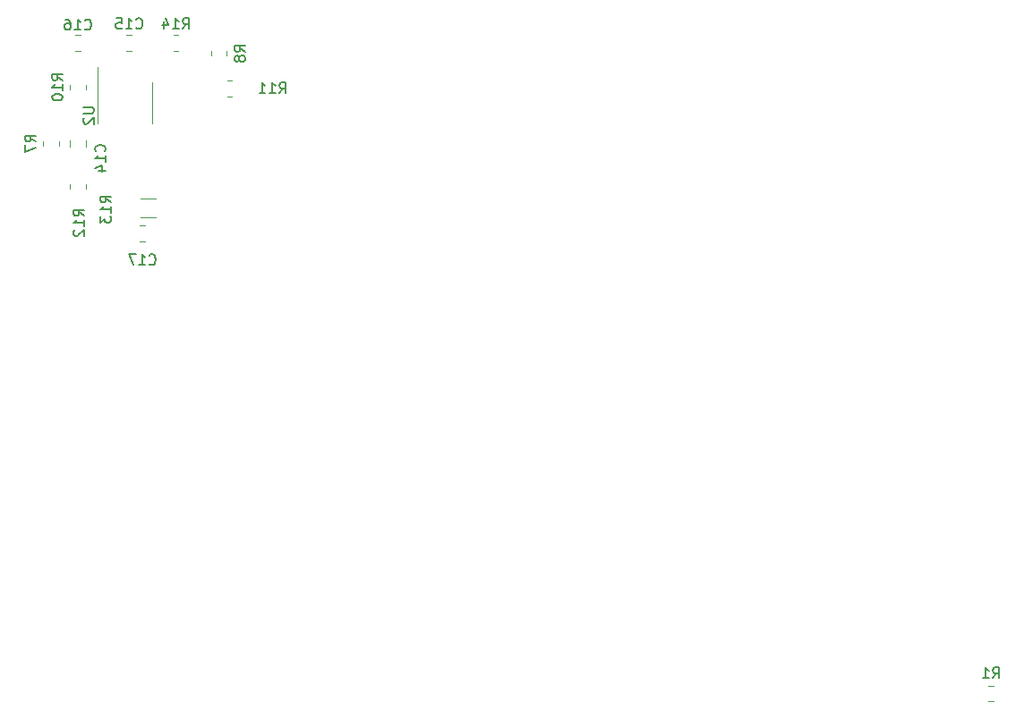
<source format=gbr>
%TF.GenerationSoftware,KiCad,Pcbnew,(5.1.9)-1*%
%TF.CreationDate,2021-10-04T18:28:26-04:00*%
%TF.ProjectId,In9 Music Visualizer RevC,496e3920-4d75-4736-9963-205669737561,rev?*%
%TF.SameCoordinates,Original*%
%TF.FileFunction,Legend,Bot*%
%TF.FilePolarity,Positive*%
%FSLAX46Y46*%
G04 Gerber Fmt 4.6, Leading zero omitted, Abs format (unit mm)*
G04 Created by KiCad (PCBNEW (5.1.9)-1) date 2021-10-04 18:28:26*
%MOMM*%
%LPD*%
G01*
G04 APERTURE LIST*
%ADD10C,0.120000*%
%ADD11C,0.150000*%
G04 APERTURE END LIST*
D10*
%TO.C,R13*%
X66201936Y-76941000D02*
X67656064Y-76941000D01*
X66201936Y-78761000D02*
X67656064Y-78761000D01*
%TO.C,R10*%
X59590000Y-66632064D02*
X59590000Y-66177936D01*
X61060000Y-66632064D02*
X61060000Y-66177936D01*
%TO.C,U2*%
X62210000Y-67945000D02*
X62210000Y-64495000D01*
X62210000Y-67945000D02*
X62210000Y-69895000D01*
X67330000Y-67945000D02*
X67330000Y-65995000D01*
X67330000Y-67945000D02*
X67330000Y-69895000D01*
%TO.C,R14*%
X69352936Y-61495000D02*
X69807064Y-61495000D01*
X69352936Y-62965000D02*
X69807064Y-62965000D01*
%TO.C,R12*%
X59590000Y-76030064D02*
X59590000Y-75575936D01*
X61060000Y-76030064D02*
X61060000Y-75575936D01*
%TO.C,R11*%
X74432936Y-65813000D02*
X74887064Y-65813000D01*
X74432936Y-67283000D02*
X74887064Y-67283000D01*
%TO.C,R8*%
X74395000Y-63002936D02*
X74395000Y-63457064D01*
X72925000Y-63002936D02*
X72925000Y-63457064D01*
%TO.C,R7*%
X57050000Y-71982064D02*
X57050000Y-71527936D01*
X58520000Y-71982064D02*
X58520000Y-71527936D01*
%TO.C,R1*%
X146912064Y-124560000D02*
X146457936Y-124560000D01*
X146912064Y-123090000D02*
X146457936Y-123090000D01*
%TO.C,C17*%
X66159748Y-79529000D02*
X66682252Y-79529000D01*
X66159748Y-80999000D02*
X66682252Y-80999000D01*
%TO.C,C16*%
X60586252Y-62965000D02*
X60063748Y-62965000D01*
X60586252Y-61495000D02*
X60063748Y-61495000D01*
%TO.C,C15*%
X64911248Y-61495000D02*
X65433752Y-61495000D01*
X64911248Y-62965000D02*
X65433752Y-62965000D01*
%TO.C,C14*%
X61060000Y-71493748D02*
X61060000Y-72016252D01*
X59590000Y-71493748D02*
X59590000Y-72016252D01*
%TO.C,R13*%
D11*
X63444380Y-77335142D02*
X62968190Y-77001809D01*
X63444380Y-76763714D02*
X62444380Y-76763714D01*
X62444380Y-77144666D01*
X62492000Y-77239904D01*
X62539619Y-77287523D01*
X62634857Y-77335142D01*
X62777714Y-77335142D01*
X62872952Y-77287523D01*
X62920571Y-77239904D01*
X62968190Y-77144666D01*
X62968190Y-76763714D01*
X63444380Y-78287523D02*
X63444380Y-77716095D01*
X63444380Y-78001809D02*
X62444380Y-78001809D01*
X62587238Y-77906571D01*
X62682476Y-77811333D01*
X62730095Y-77716095D01*
X62444380Y-78620857D02*
X62444380Y-79239904D01*
X62825333Y-78906571D01*
X62825333Y-79049428D01*
X62872952Y-79144666D01*
X62920571Y-79192285D01*
X63015809Y-79239904D01*
X63253904Y-79239904D01*
X63349142Y-79192285D01*
X63396761Y-79144666D01*
X63444380Y-79049428D01*
X63444380Y-78763714D01*
X63396761Y-78668476D01*
X63349142Y-78620857D01*
%TO.C,R10*%
X58872380Y-65762142D02*
X58396190Y-65428809D01*
X58872380Y-65190714D02*
X57872380Y-65190714D01*
X57872380Y-65571666D01*
X57920000Y-65666904D01*
X57967619Y-65714523D01*
X58062857Y-65762142D01*
X58205714Y-65762142D01*
X58300952Y-65714523D01*
X58348571Y-65666904D01*
X58396190Y-65571666D01*
X58396190Y-65190714D01*
X58872380Y-66714523D02*
X58872380Y-66143095D01*
X58872380Y-66428809D02*
X57872380Y-66428809D01*
X58015238Y-66333571D01*
X58110476Y-66238333D01*
X58158095Y-66143095D01*
X57872380Y-67333571D02*
X57872380Y-67428809D01*
X57920000Y-67524047D01*
X57967619Y-67571666D01*
X58062857Y-67619285D01*
X58253333Y-67666904D01*
X58491428Y-67666904D01*
X58681904Y-67619285D01*
X58777142Y-67571666D01*
X58824761Y-67524047D01*
X58872380Y-67428809D01*
X58872380Y-67333571D01*
X58824761Y-67238333D01*
X58777142Y-67190714D01*
X58681904Y-67143095D01*
X58491428Y-67095476D01*
X58253333Y-67095476D01*
X58062857Y-67143095D01*
X57967619Y-67190714D01*
X57920000Y-67238333D01*
X57872380Y-67333571D01*
%TO.C,U2*%
X60822380Y-68326095D02*
X61631904Y-68326095D01*
X61727142Y-68373714D01*
X61774761Y-68421333D01*
X61822380Y-68516571D01*
X61822380Y-68707047D01*
X61774761Y-68802285D01*
X61727142Y-68849904D01*
X61631904Y-68897523D01*
X60822380Y-68897523D01*
X60917619Y-69326095D02*
X60870000Y-69373714D01*
X60822380Y-69468952D01*
X60822380Y-69707047D01*
X60870000Y-69802285D01*
X60917619Y-69849904D01*
X61012857Y-69897523D01*
X61108095Y-69897523D01*
X61250952Y-69849904D01*
X61822380Y-69278476D01*
X61822380Y-69897523D01*
%TO.C,R14*%
X70222857Y-60904380D02*
X70556190Y-60428190D01*
X70794285Y-60904380D02*
X70794285Y-59904380D01*
X70413333Y-59904380D01*
X70318095Y-59952000D01*
X70270476Y-59999619D01*
X70222857Y-60094857D01*
X70222857Y-60237714D01*
X70270476Y-60332952D01*
X70318095Y-60380571D01*
X70413333Y-60428190D01*
X70794285Y-60428190D01*
X69270476Y-60904380D02*
X69841904Y-60904380D01*
X69556190Y-60904380D02*
X69556190Y-59904380D01*
X69651428Y-60047238D01*
X69746666Y-60142476D01*
X69841904Y-60190095D01*
X68413333Y-60237714D02*
X68413333Y-60904380D01*
X68651428Y-59856761D02*
X68889523Y-60571047D01*
X68270476Y-60571047D01*
%TO.C,R12*%
X60904380Y-78605142D02*
X60428190Y-78271809D01*
X60904380Y-78033714D02*
X59904380Y-78033714D01*
X59904380Y-78414666D01*
X59952000Y-78509904D01*
X59999619Y-78557523D01*
X60094857Y-78605142D01*
X60237714Y-78605142D01*
X60332952Y-78557523D01*
X60380571Y-78509904D01*
X60428190Y-78414666D01*
X60428190Y-78033714D01*
X60904380Y-79557523D02*
X60904380Y-78986095D01*
X60904380Y-79271809D02*
X59904380Y-79271809D01*
X60047238Y-79176571D01*
X60142476Y-79081333D01*
X60190095Y-78986095D01*
X59999619Y-79938476D02*
X59952000Y-79986095D01*
X59904380Y-80081333D01*
X59904380Y-80319428D01*
X59952000Y-80414666D01*
X59999619Y-80462285D01*
X60094857Y-80509904D01*
X60190095Y-80509904D01*
X60332952Y-80462285D01*
X60904380Y-79890857D01*
X60904380Y-80509904D01*
%TO.C,R11*%
X79382857Y-67000380D02*
X79716190Y-66524190D01*
X79954285Y-67000380D02*
X79954285Y-66000380D01*
X79573333Y-66000380D01*
X79478095Y-66048000D01*
X79430476Y-66095619D01*
X79382857Y-66190857D01*
X79382857Y-66333714D01*
X79430476Y-66428952D01*
X79478095Y-66476571D01*
X79573333Y-66524190D01*
X79954285Y-66524190D01*
X78430476Y-67000380D02*
X79001904Y-67000380D01*
X78716190Y-67000380D02*
X78716190Y-66000380D01*
X78811428Y-66143238D01*
X78906666Y-66238476D01*
X79001904Y-66286095D01*
X77478095Y-67000380D02*
X78049523Y-67000380D01*
X77763809Y-67000380D02*
X77763809Y-66000380D01*
X77859047Y-66143238D01*
X77954285Y-66238476D01*
X78049523Y-66286095D01*
%TO.C,R8*%
X76144380Y-63063333D02*
X75668190Y-62730000D01*
X76144380Y-62491904D02*
X75144380Y-62491904D01*
X75144380Y-62872857D01*
X75192000Y-62968095D01*
X75239619Y-63015714D01*
X75334857Y-63063333D01*
X75477714Y-63063333D01*
X75572952Y-63015714D01*
X75620571Y-62968095D01*
X75668190Y-62872857D01*
X75668190Y-62491904D01*
X75572952Y-63634761D02*
X75525333Y-63539523D01*
X75477714Y-63491904D01*
X75382476Y-63444285D01*
X75334857Y-63444285D01*
X75239619Y-63491904D01*
X75192000Y-63539523D01*
X75144380Y-63634761D01*
X75144380Y-63825238D01*
X75192000Y-63920476D01*
X75239619Y-63968095D01*
X75334857Y-64015714D01*
X75382476Y-64015714D01*
X75477714Y-63968095D01*
X75525333Y-63920476D01*
X75572952Y-63825238D01*
X75572952Y-63634761D01*
X75620571Y-63539523D01*
X75668190Y-63491904D01*
X75763428Y-63444285D01*
X75953904Y-63444285D01*
X76049142Y-63491904D01*
X76096761Y-63539523D01*
X76144380Y-63634761D01*
X76144380Y-63825238D01*
X76096761Y-63920476D01*
X76049142Y-63968095D01*
X75953904Y-64015714D01*
X75763428Y-64015714D01*
X75668190Y-63968095D01*
X75620571Y-63920476D01*
X75572952Y-63825238D01*
%TO.C,R7*%
X56332380Y-71588333D02*
X55856190Y-71255000D01*
X56332380Y-71016904D02*
X55332380Y-71016904D01*
X55332380Y-71397857D01*
X55380000Y-71493095D01*
X55427619Y-71540714D01*
X55522857Y-71588333D01*
X55665714Y-71588333D01*
X55760952Y-71540714D01*
X55808571Y-71493095D01*
X55856190Y-71397857D01*
X55856190Y-71016904D01*
X55332380Y-71921666D02*
X55332380Y-72588333D01*
X56332380Y-72159761D01*
%TO.C,R1*%
X146851666Y-122372380D02*
X147185000Y-121896190D01*
X147423095Y-122372380D02*
X147423095Y-121372380D01*
X147042142Y-121372380D01*
X146946904Y-121420000D01*
X146899285Y-121467619D01*
X146851666Y-121562857D01*
X146851666Y-121705714D01*
X146899285Y-121800952D01*
X146946904Y-121848571D01*
X147042142Y-121896190D01*
X147423095Y-121896190D01*
X145899285Y-122372380D02*
X146470714Y-122372380D01*
X146185000Y-122372380D02*
X146185000Y-121372380D01*
X146280238Y-121515238D01*
X146375476Y-121610476D01*
X146470714Y-121658095D01*
%TO.C,C17*%
X67063857Y-83161142D02*
X67111476Y-83208761D01*
X67254333Y-83256380D01*
X67349571Y-83256380D01*
X67492428Y-83208761D01*
X67587666Y-83113523D01*
X67635285Y-83018285D01*
X67682904Y-82827809D01*
X67682904Y-82684952D01*
X67635285Y-82494476D01*
X67587666Y-82399238D01*
X67492428Y-82304000D01*
X67349571Y-82256380D01*
X67254333Y-82256380D01*
X67111476Y-82304000D01*
X67063857Y-82351619D01*
X66111476Y-83256380D02*
X66682904Y-83256380D01*
X66397190Y-83256380D02*
X66397190Y-82256380D01*
X66492428Y-82399238D01*
X66587666Y-82494476D01*
X66682904Y-82542095D01*
X65778142Y-82256380D02*
X65111476Y-82256380D01*
X65540047Y-83256380D01*
%TO.C,C16*%
X60967857Y-60907142D02*
X61015476Y-60954761D01*
X61158333Y-61002380D01*
X61253571Y-61002380D01*
X61396428Y-60954761D01*
X61491666Y-60859523D01*
X61539285Y-60764285D01*
X61586904Y-60573809D01*
X61586904Y-60430952D01*
X61539285Y-60240476D01*
X61491666Y-60145238D01*
X61396428Y-60050000D01*
X61253571Y-60002380D01*
X61158333Y-60002380D01*
X61015476Y-60050000D01*
X60967857Y-60097619D01*
X60015476Y-61002380D02*
X60586904Y-61002380D01*
X60301190Y-61002380D02*
X60301190Y-60002380D01*
X60396428Y-60145238D01*
X60491666Y-60240476D01*
X60586904Y-60288095D01*
X59158333Y-60002380D02*
X59348809Y-60002380D01*
X59444047Y-60050000D01*
X59491666Y-60097619D01*
X59586904Y-60240476D01*
X59634523Y-60430952D01*
X59634523Y-60811904D01*
X59586904Y-60907142D01*
X59539285Y-60954761D01*
X59444047Y-61002380D01*
X59253571Y-61002380D01*
X59158333Y-60954761D01*
X59110714Y-60907142D01*
X59063095Y-60811904D01*
X59063095Y-60573809D01*
X59110714Y-60478571D01*
X59158333Y-60430952D01*
X59253571Y-60383333D01*
X59444047Y-60383333D01*
X59539285Y-60430952D01*
X59586904Y-60478571D01*
X59634523Y-60573809D01*
%TO.C,C15*%
X65815357Y-60809142D02*
X65862976Y-60856761D01*
X66005833Y-60904380D01*
X66101071Y-60904380D01*
X66243928Y-60856761D01*
X66339166Y-60761523D01*
X66386785Y-60666285D01*
X66434404Y-60475809D01*
X66434404Y-60332952D01*
X66386785Y-60142476D01*
X66339166Y-60047238D01*
X66243928Y-59952000D01*
X66101071Y-59904380D01*
X66005833Y-59904380D01*
X65862976Y-59952000D01*
X65815357Y-59999619D01*
X64862976Y-60904380D02*
X65434404Y-60904380D01*
X65148690Y-60904380D02*
X65148690Y-59904380D01*
X65243928Y-60047238D01*
X65339166Y-60142476D01*
X65434404Y-60190095D01*
X63958214Y-59904380D02*
X64434404Y-59904380D01*
X64482023Y-60380571D01*
X64434404Y-60332952D01*
X64339166Y-60285333D01*
X64101071Y-60285333D01*
X64005833Y-60332952D01*
X63958214Y-60380571D01*
X63910595Y-60475809D01*
X63910595Y-60713904D01*
X63958214Y-60809142D01*
X64005833Y-60856761D01*
X64101071Y-60904380D01*
X64339166Y-60904380D01*
X64434404Y-60856761D01*
X64482023Y-60809142D01*
%TO.C,C14*%
X62841142Y-72509142D02*
X62888761Y-72461523D01*
X62936380Y-72318666D01*
X62936380Y-72223428D01*
X62888761Y-72080571D01*
X62793523Y-71985333D01*
X62698285Y-71937714D01*
X62507809Y-71890095D01*
X62364952Y-71890095D01*
X62174476Y-71937714D01*
X62079238Y-71985333D01*
X61984000Y-72080571D01*
X61936380Y-72223428D01*
X61936380Y-72318666D01*
X61984000Y-72461523D01*
X62031619Y-72509142D01*
X62936380Y-73461523D02*
X62936380Y-72890095D01*
X62936380Y-73175809D02*
X61936380Y-73175809D01*
X62079238Y-73080571D01*
X62174476Y-72985333D01*
X62222095Y-72890095D01*
X62269714Y-74318666D02*
X62936380Y-74318666D01*
X61888761Y-74080571D02*
X62603047Y-73842476D01*
X62603047Y-74461523D01*
%TD*%
M02*

</source>
